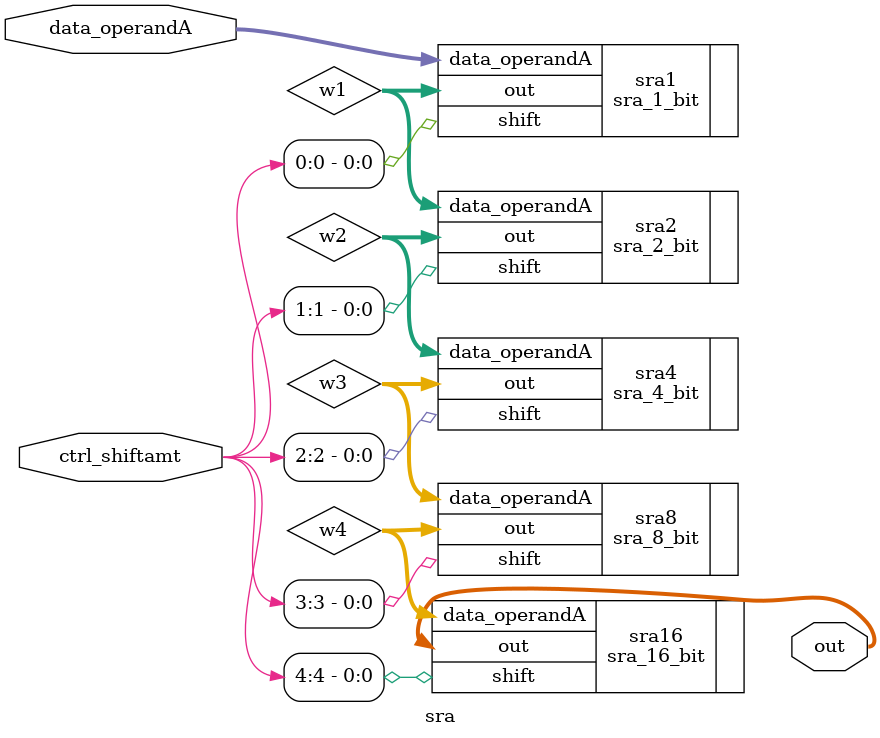
<source format=v>
module sra (data_operandA, ctrl_shiftamt, out);

    input [31:0] data_operandA;
    input [4:0] ctrl_shiftamt;
    output [31:0] out;
    wire[31:0] w1,w2,w3,w4;

    sra_1_bit sra1(.data_operandA(data_operandA),.shift(ctrl_shiftamt[0]),.out(w1));
    sra_2_bit sra2(.data_operandA(w1),.shift(ctrl_shiftamt[1]),.out(w2));
    sra_4_bit sra4(.data_operandA(w2),.shift(ctrl_shiftamt[2]),.out(w3));
    sra_8_bit sra8(.data_operandA(w3),.shift(ctrl_shiftamt[3]),.out(w4));
    sra_16_bit sra16(.data_operandA(w4),.shift(ctrl_shiftamt[4]),.out(out));

endmodule
</source>
